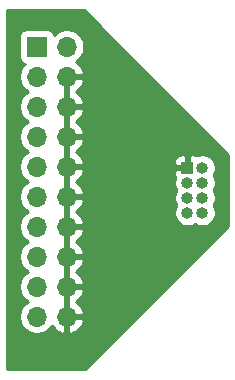
<source format=gbr>
%TF.GenerationSoftware,KiCad,Pcbnew,(5.1.6-0-10_14)*%
%TF.CreationDate,2022-05-20T12:20:58-05:00*%
%TF.ProjectId,programmer_adapter,70726f67-7261-46d6-9d65-725f61646170,rev?*%
%TF.SameCoordinates,Original*%
%TF.FileFunction,Copper,L3,Inr*%
%TF.FilePolarity,Positive*%
%FSLAX46Y46*%
G04 Gerber Fmt 4.6, Leading zero omitted, Abs format (unit mm)*
G04 Created by KiCad (PCBNEW (5.1.6-0-10_14)) date 2022-05-20 12:20:58*
%MOMM*%
%LPD*%
G01*
G04 APERTURE LIST*
%TA.AperFunction,ViaPad*%
%ADD10R,1.700000X1.700000*%
%TD*%
%TA.AperFunction,ViaPad*%
%ADD11O,1.700000X1.700000*%
%TD*%
%TA.AperFunction,ViaPad*%
%ADD12R,1.000000X1.000000*%
%TD*%
%TA.AperFunction,ViaPad*%
%ADD13O,1.000000X1.000000*%
%TD*%
%TA.AperFunction,Conductor*%
%ADD14C,0.254000*%
%TD*%
G04 APERTURE END LIST*
D10*
X69230000Y-54530000D03*
D11*
X71770000Y-54530000D03*
X69230000Y-57070000D03*
X71770000Y-57070000D03*
X69230000Y-59610000D03*
X71770000Y-59610000D03*
X69230000Y-62150000D03*
X71770000Y-62150000D03*
X69230000Y-64690000D03*
X71770000Y-64690000D03*
X69230000Y-67230000D03*
X71770000Y-67230000D03*
X69230000Y-69770000D03*
X71770000Y-69770000D03*
X69230000Y-72310000D03*
X71770000Y-72310000D03*
X69230000Y-74850000D03*
X71770000Y-74850000D03*
X69230000Y-77390000D03*
X71770000Y-77390000D03*
D12*
X81991200Y-64795400D03*
D13*
X83261200Y-64795400D03*
X81991200Y-66065400D03*
X83261200Y-66065400D03*
X81991200Y-67335400D03*
X83261200Y-67335400D03*
X81991200Y-68605400D03*
X83261200Y-68605400D03*
D14*
G36*
X85446401Y-63707538D02*
G01*
X85446400Y-69744063D01*
X73325464Y-81865000D01*
X66725000Y-81865000D01*
X66725000Y-53680000D01*
X67741928Y-53680000D01*
X67741928Y-55380000D01*
X67754188Y-55504482D01*
X67790498Y-55624180D01*
X67849463Y-55734494D01*
X67928815Y-55831185D01*
X68025506Y-55910537D01*
X68135820Y-55969502D01*
X68208380Y-55991513D01*
X68076525Y-56123368D01*
X67914010Y-56366589D01*
X67802068Y-56636842D01*
X67745000Y-56923740D01*
X67745000Y-57216260D01*
X67802068Y-57503158D01*
X67914010Y-57773411D01*
X68076525Y-58016632D01*
X68283368Y-58223475D01*
X68457760Y-58340000D01*
X68283368Y-58456525D01*
X68076525Y-58663368D01*
X67914010Y-58906589D01*
X67802068Y-59176842D01*
X67745000Y-59463740D01*
X67745000Y-59756260D01*
X67802068Y-60043158D01*
X67914010Y-60313411D01*
X68076525Y-60556632D01*
X68283368Y-60763475D01*
X68457760Y-60880000D01*
X68283368Y-60996525D01*
X68076525Y-61203368D01*
X67914010Y-61446589D01*
X67802068Y-61716842D01*
X67745000Y-62003740D01*
X67745000Y-62296260D01*
X67802068Y-62583158D01*
X67914010Y-62853411D01*
X68076525Y-63096632D01*
X68283368Y-63303475D01*
X68457760Y-63420000D01*
X68283368Y-63536525D01*
X68076525Y-63743368D01*
X67914010Y-63986589D01*
X67802068Y-64256842D01*
X67745000Y-64543740D01*
X67745000Y-64836260D01*
X67802068Y-65123158D01*
X67914010Y-65393411D01*
X68076525Y-65636632D01*
X68283368Y-65843475D01*
X68457760Y-65960000D01*
X68283368Y-66076525D01*
X68076525Y-66283368D01*
X67914010Y-66526589D01*
X67802068Y-66796842D01*
X67745000Y-67083740D01*
X67745000Y-67376260D01*
X67802068Y-67663158D01*
X67914010Y-67933411D01*
X68076525Y-68176632D01*
X68283368Y-68383475D01*
X68457760Y-68500000D01*
X68283368Y-68616525D01*
X68076525Y-68823368D01*
X67914010Y-69066589D01*
X67802068Y-69336842D01*
X67745000Y-69623740D01*
X67745000Y-69916260D01*
X67802068Y-70203158D01*
X67914010Y-70473411D01*
X68076525Y-70716632D01*
X68283368Y-70923475D01*
X68457760Y-71040000D01*
X68283368Y-71156525D01*
X68076525Y-71363368D01*
X67914010Y-71606589D01*
X67802068Y-71876842D01*
X67745000Y-72163740D01*
X67745000Y-72456260D01*
X67802068Y-72743158D01*
X67914010Y-73013411D01*
X68076525Y-73256632D01*
X68283368Y-73463475D01*
X68457760Y-73580000D01*
X68283368Y-73696525D01*
X68076525Y-73903368D01*
X67914010Y-74146589D01*
X67802068Y-74416842D01*
X67745000Y-74703740D01*
X67745000Y-74996260D01*
X67802068Y-75283158D01*
X67914010Y-75553411D01*
X68076525Y-75796632D01*
X68283368Y-76003475D01*
X68457760Y-76120000D01*
X68283368Y-76236525D01*
X68076525Y-76443368D01*
X67914010Y-76686589D01*
X67802068Y-76956842D01*
X67745000Y-77243740D01*
X67745000Y-77536260D01*
X67802068Y-77823158D01*
X67914010Y-78093411D01*
X68076525Y-78336632D01*
X68283368Y-78543475D01*
X68526589Y-78705990D01*
X68796842Y-78817932D01*
X69083740Y-78875000D01*
X69376260Y-78875000D01*
X69663158Y-78817932D01*
X69933411Y-78705990D01*
X70176632Y-78543475D01*
X70383475Y-78336632D01*
X70501100Y-78160594D01*
X70672412Y-78390269D01*
X70888645Y-78585178D01*
X71138748Y-78734157D01*
X71413109Y-78831481D01*
X71643000Y-78710814D01*
X71643000Y-77517000D01*
X71897000Y-77517000D01*
X71897000Y-78710814D01*
X72126891Y-78831481D01*
X72401252Y-78734157D01*
X72651355Y-78585178D01*
X72867588Y-78390269D01*
X73041641Y-78156920D01*
X73166825Y-77894099D01*
X73211476Y-77746890D01*
X73090155Y-77517000D01*
X71897000Y-77517000D01*
X71643000Y-77517000D01*
X71623000Y-77517000D01*
X71623000Y-77263000D01*
X71643000Y-77263000D01*
X71643000Y-74977000D01*
X71897000Y-74977000D01*
X71897000Y-77263000D01*
X73090155Y-77263000D01*
X73211476Y-77033110D01*
X73166825Y-76885901D01*
X73041641Y-76623080D01*
X72867588Y-76389731D01*
X72651355Y-76194822D01*
X72525745Y-76120000D01*
X72651355Y-76045178D01*
X72867588Y-75850269D01*
X73041641Y-75616920D01*
X73166825Y-75354099D01*
X73211476Y-75206890D01*
X73090155Y-74977000D01*
X71897000Y-74977000D01*
X71643000Y-74977000D01*
X71623000Y-74977000D01*
X71623000Y-74723000D01*
X71643000Y-74723000D01*
X71643000Y-72437000D01*
X71897000Y-72437000D01*
X71897000Y-74723000D01*
X73090155Y-74723000D01*
X73211476Y-74493110D01*
X73166825Y-74345901D01*
X73041641Y-74083080D01*
X72867588Y-73849731D01*
X72651355Y-73654822D01*
X72525745Y-73580000D01*
X72651355Y-73505178D01*
X72867588Y-73310269D01*
X73041641Y-73076920D01*
X73166825Y-72814099D01*
X73211476Y-72666890D01*
X73090155Y-72437000D01*
X71897000Y-72437000D01*
X71643000Y-72437000D01*
X71623000Y-72437000D01*
X71623000Y-72183000D01*
X71643000Y-72183000D01*
X71643000Y-69897000D01*
X71897000Y-69897000D01*
X71897000Y-72183000D01*
X73090155Y-72183000D01*
X73211476Y-71953110D01*
X73166825Y-71805901D01*
X73041641Y-71543080D01*
X72867588Y-71309731D01*
X72651355Y-71114822D01*
X72525745Y-71040000D01*
X72651355Y-70965178D01*
X72867588Y-70770269D01*
X73041641Y-70536920D01*
X73166825Y-70274099D01*
X73211476Y-70126890D01*
X73090155Y-69897000D01*
X71897000Y-69897000D01*
X71643000Y-69897000D01*
X71623000Y-69897000D01*
X71623000Y-69643000D01*
X71643000Y-69643000D01*
X71643000Y-67357000D01*
X71897000Y-67357000D01*
X71897000Y-69643000D01*
X73090155Y-69643000D01*
X73211476Y-69413110D01*
X73166825Y-69265901D01*
X73041641Y-69003080D01*
X72867588Y-68769731D01*
X72651355Y-68574822D01*
X72525745Y-68500000D01*
X72651355Y-68425178D01*
X72867588Y-68230269D01*
X73041641Y-67996920D01*
X73166825Y-67734099D01*
X73211476Y-67586890D01*
X73090155Y-67357000D01*
X71897000Y-67357000D01*
X71643000Y-67357000D01*
X71623000Y-67357000D01*
X71623000Y-67103000D01*
X71643000Y-67103000D01*
X71643000Y-64817000D01*
X71897000Y-64817000D01*
X71897000Y-67103000D01*
X73090155Y-67103000D01*
X73211476Y-66873110D01*
X73166825Y-66725901D01*
X73041641Y-66463080D01*
X72867588Y-66229731D01*
X72651355Y-66034822D01*
X72525745Y-65960000D01*
X72651355Y-65885178D01*
X72867588Y-65690269D01*
X73041641Y-65456920D01*
X73118574Y-65295400D01*
X80853128Y-65295400D01*
X80865388Y-65419882D01*
X80901698Y-65539580D01*
X80946088Y-65622626D01*
X80899817Y-65734333D01*
X80856200Y-65953612D01*
X80856200Y-66177188D01*
X80899817Y-66396467D01*
X80985376Y-66603024D01*
X81050441Y-66700400D01*
X80985376Y-66797776D01*
X80899817Y-67004333D01*
X80856200Y-67223612D01*
X80856200Y-67447188D01*
X80899817Y-67666467D01*
X80985376Y-67873024D01*
X81050441Y-67970400D01*
X80985376Y-68067776D01*
X80899817Y-68274333D01*
X80856200Y-68493612D01*
X80856200Y-68717188D01*
X80899817Y-68936467D01*
X80985376Y-69143024D01*
X81109588Y-69328920D01*
X81267680Y-69487012D01*
X81453576Y-69611224D01*
X81660133Y-69696783D01*
X81879412Y-69740400D01*
X82102988Y-69740400D01*
X82322267Y-69696783D01*
X82528824Y-69611224D01*
X82626200Y-69546159D01*
X82723576Y-69611224D01*
X82930133Y-69696783D01*
X83149412Y-69740400D01*
X83372988Y-69740400D01*
X83592267Y-69696783D01*
X83798824Y-69611224D01*
X83984720Y-69487012D01*
X84142812Y-69328920D01*
X84267024Y-69143024D01*
X84352583Y-68936467D01*
X84396200Y-68717188D01*
X84396200Y-68493612D01*
X84352583Y-68274333D01*
X84267024Y-68067776D01*
X84201959Y-67970400D01*
X84267024Y-67873024D01*
X84352583Y-67666467D01*
X84396200Y-67447188D01*
X84396200Y-67223612D01*
X84352583Y-67004333D01*
X84267024Y-66797776D01*
X84201959Y-66700400D01*
X84267024Y-66603024D01*
X84352583Y-66396467D01*
X84396200Y-66177188D01*
X84396200Y-65953612D01*
X84352583Y-65734333D01*
X84267024Y-65527776D01*
X84201959Y-65430400D01*
X84267024Y-65333024D01*
X84352583Y-65126467D01*
X84396200Y-64907188D01*
X84396200Y-64683612D01*
X84352583Y-64464333D01*
X84267024Y-64257776D01*
X84142812Y-64071880D01*
X83984720Y-63913788D01*
X83798824Y-63789576D01*
X83592267Y-63704017D01*
X83372988Y-63660400D01*
X83149412Y-63660400D01*
X82930133Y-63704017D01*
X82818426Y-63750288D01*
X82735380Y-63705898D01*
X82615682Y-63669588D01*
X82491200Y-63657328D01*
X82276950Y-63660400D01*
X82118200Y-63819150D01*
X82118200Y-64668400D01*
X82129226Y-64668400D01*
X82126200Y-64683612D01*
X82126200Y-64907188D01*
X82129226Y-64922400D01*
X82118200Y-64922400D01*
X82118200Y-64933426D01*
X82102988Y-64930400D01*
X81879412Y-64930400D01*
X81864200Y-64933426D01*
X81864200Y-64922400D01*
X81014950Y-64922400D01*
X80856200Y-65081150D01*
X80853128Y-65295400D01*
X73118574Y-65295400D01*
X73166825Y-65194099D01*
X73211476Y-65046890D01*
X73090155Y-64817000D01*
X71897000Y-64817000D01*
X71643000Y-64817000D01*
X71623000Y-64817000D01*
X71623000Y-64563000D01*
X71643000Y-64563000D01*
X71643000Y-62277000D01*
X71897000Y-62277000D01*
X71897000Y-64563000D01*
X73090155Y-64563000D01*
X73211476Y-64333110D01*
X73200038Y-64295400D01*
X80853128Y-64295400D01*
X80856200Y-64509650D01*
X81014950Y-64668400D01*
X81864200Y-64668400D01*
X81864200Y-63819150D01*
X81705450Y-63660400D01*
X81491200Y-63657328D01*
X81366718Y-63669588D01*
X81247020Y-63705898D01*
X81136706Y-63764863D01*
X81040015Y-63844215D01*
X80960663Y-63940906D01*
X80901698Y-64051220D01*
X80865388Y-64170918D01*
X80853128Y-64295400D01*
X73200038Y-64295400D01*
X73166825Y-64185901D01*
X73041641Y-63923080D01*
X72867588Y-63689731D01*
X72651355Y-63494822D01*
X72525745Y-63420000D01*
X72651355Y-63345178D01*
X72867588Y-63150269D01*
X73041641Y-62916920D01*
X73166825Y-62654099D01*
X73211476Y-62506890D01*
X73090155Y-62277000D01*
X71897000Y-62277000D01*
X71643000Y-62277000D01*
X71623000Y-62277000D01*
X71623000Y-62023000D01*
X71643000Y-62023000D01*
X71643000Y-59737000D01*
X71897000Y-59737000D01*
X71897000Y-62023000D01*
X73090155Y-62023000D01*
X73211476Y-61793110D01*
X73166825Y-61645901D01*
X73041641Y-61383080D01*
X72867588Y-61149731D01*
X72651355Y-60954822D01*
X72525745Y-60880000D01*
X72651355Y-60805178D01*
X72867588Y-60610269D01*
X73041641Y-60376920D01*
X73166825Y-60114099D01*
X73211476Y-59966890D01*
X73090155Y-59737000D01*
X71897000Y-59737000D01*
X71643000Y-59737000D01*
X71623000Y-59737000D01*
X71623000Y-59483000D01*
X71643000Y-59483000D01*
X71643000Y-57197000D01*
X71897000Y-57197000D01*
X71897000Y-59483000D01*
X73090155Y-59483000D01*
X73211476Y-59253110D01*
X73166825Y-59105901D01*
X73041641Y-58843080D01*
X72867588Y-58609731D01*
X72651355Y-58414822D01*
X72525745Y-58340000D01*
X72651355Y-58265178D01*
X72867588Y-58070269D01*
X73041641Y-57836920D01*
X73166825Y-57574099D01*
X73211476Y-57426890D01*
X73090155Y-57197000D01*
X71897000Y-57197000D01*
X71643000Y-57197000D01*
X71623000Y-57197000D01*
X71623000Y-56943000D01*
X71643000Y-56943000D01*
X71643000Y-56923000D01*
X71897000Y-56923000D01*
X71897000Y-56943000D01*
X73090155Y-56943000D01*
X73211476Y-56713110D01*
X73166825Y-56565901D01*
X73041641Y-56303080D01*
X72867588Y-56069731D01*
X72651355Y-55874822D01*
X72534466Y-55805195D01*
X72716632Y-55683475D01*
X72923475Y-55476632D01*
X73085990Y-55233411D01*
X73197932Y-54963158D01*
X73255000Y-54676260D01*
X73255000Y-54383740D01*
X73197932Y-54096842D01*
X73085990Y-53826589D01*
X72923475Y-53583368D01*
X72716632Y-53376525D01*
X72473411Y-53214010D01*
X72203158Y-53102068D01*
X71916260Y-53045000D01*
X71623740Y-53045000D01*
X71336842Y-53102068D01*
X71066589Y-53214010D01*
X70823368Y-53376525D01*
X70691513Y-53508380D01*
X70669502Y-53435820D01*
X70610537Y-53325506D01*
X70531185Y-53228815D01*
X70434494Y-53149463D01*
X70324180Y-53090498D01*
X70204482Y-53054188D01*
X70080000Y-53041928D01*
X68380000Y-53041928D01*
X68255518Y-53054188D01*
X68135820Y-53090498D01*
X68025506Y-53149463D01*
X67928815Y-53228815D01*
X67849463Y-53325506D01*
X67790498Y-53435820D01*
X67754188Y-53555518D01*
X67741928Y-53680000D01*
X66725000Y-53680000D01*
X66725000Y-51459600D01*
X73198464Y-51459600D01*
X85446401Y-63707538D01*
G37*
X85446401Y-63707538D02*
X85446400Y-69744063D01*
X73325464Y-81865000D01*
X66725000Y-81865000D01*
X66725000Y-53680000D01*
X67741928Y-53680000D01*
X67741928Y-55380000D01*
X67754188Y-55504482D01*
X67790498Y-55624180D01*
X67849463Y-55734494D01*
X67928815Y-55831185D01*
X68025506Y-55910537D01*
X68135820Y-55969502D01*
X68208380Y-55991513D01*
X68076525Y-56123368D01*
X67914010Y-56366589D01*
X67802068Y-56636842D01*
X67745000Y-56923740D01*
X67745000Y-57216260D01*
X67802068Y-57503158D01*
X67914010Y-57773411D01*
X68076525Y-58016632D01*
X68283368Y-58223475D01*
X68457760Y-58340000D01*
X68283368Y-58456525D01*
X68076525Y-58663368D01*
X67914010Y-58906589D01*
X67802068Y-59176842D01*
X67745000Y-59463740D01*
X67745000Y-59756260D01*
X67802068Y-60043158D01*
X67914010Y-60313411D01*
X68076525Y-60556632D01*
X68283368Y-60763475D01*
X68457760Y-60880000D01*
X68283368Y-60996525D01*
X68076525Y-61203368D01*
X67914010Y-61446589D01*
X67802068Y-61716842D01*
X67745000Y-62003740D01*
X67745000Y-62296260D01*
X67802068Y-62583158D01*
X67914010Y-62853411D01*
X68076525Y-63096632D01*
X68283368Y-63303475D01*
X68457760Y-63420000D01*
X68283368Y-63536525D01*
X68076525Y-63743368D01*
X67914010Y-63986589D01*
X67802068Y-64256842D01*
X67745000Y-64543740D01*
X67745000Y-64836260D01*
X67802068Y-65123158D01*
X67914010Y-65393411D01*
X68076525Y-65636632D01*
X68283368Y-65843475D01*
X68457760Y-65960000D01*
X68283368Y-66076525D01*
X68076525Y-66283368D01*
X67914010Y-66526589D01*
X67802068Y-66796842D01*
X67745000Y-67083740D01*
X67745000Y-67376260D01*
X67802068Y-67663158D01*
X67914010Y-67933411D01*
X68076525Y-68176632D01*
X68283368Y-68383475D01*
X68457760Y-68500000D01*
X68283368Y-68616525D01*
X68076525Y-68823368D01*
X67914010Y-69066589D01*
X67802068Y-69336842D01*
X67745000Y-69623740D01*
X67745000Y-69916260D01*
X67802068Y-70203158D01*
X67914010Y-70473411D01*
X68076525Y-70716632D01*
X68283368Y-70923475D01*
X68457760Y-71040000D01*
X68283368Y-71156525D01*
X68076525Y-71363368D01*
X67914010Y-71606589D01*
X67802068Y-71876842D01*
X67745000Y-72163740D01*
X67745000Y-72456260D01*
X67802068Y-72743158D01*
X67914010Y-73013411D01*
X68076525Y-73256632D01*
X68283368Y-73463475D01*
X68457760Y-73580000D01*
X68283368Y-73696525D01*
X68076525Y-73903368D01*
X67914010Y-74146589D01*
X67802068Y-74416842D01*
X67745000Y-74703740D01*
X67745000Y-74996260D01*
X67802068Y-75283158D01*
X67914010Y-75553411D01*
X68076525Y-75796632D01*
X68283368Y-76003475D01*
X68457760Y-76120000D01*
X68283368Y-76236525D01*
X68076525Y-76443368D01*
X67914010Y-76686589D01*
X67802068Y-76956842D01*
X67745000Y-77243740D01*
X67745000Y-77536260D01*
X67802068Y-77823158D01*
X67914010Y-78093411D01*
X68076525Y-78336632D01*
X68283368Y-78543475D01*
X68526589Y-78705990D01*
X68796842Y-78817932D01*
X69083740Y-78875000D01*
X69376260Y-78875000D01*
X69663158Y-78817932D01*
X69933411Y-78705990D01*
X70176632Y-78543475D01*
X70383475Y-78336632D01*
X70501100Y-78160594D01*
X70672412Y-78390269D01*
X70888645Y-78585178D01*
X71138748Y-78734157D01*
X71413109Y-78831481D01*
X71643000Y-78710814D01*
X71643000Y-77517000D01*
X71897000Y-77517000D01*
X71897000Y-78710814D01*
X72126891Y-78831481D01*
X72401252Y-78734157D01*
X72651355Y-78585178D01*
X72867588Y-78390269D01*
X73041641Y-78156920D01*
X73166825Y-77894099D01*
X73211476Y-77746890D01*
X73090155Y-77517000D01*
X71897000Y-77517000D01*
X71643000Y-77517000D01*
X71623000Y-77517000D01*
X71623000Y-77263000D01*
X71643000Y-77263000D01*
X71643000Y-74977000D01*
X71897000Y-74977000D01*
X71897000Y-77263000D01*
X73090155Y-77263000D01*
X73211476Y-77033110D01*
X73166825Y-76885901D01*
X73041641Y-76623080D01*
X72867588Y-76389731D01*
X72651355Y-76194822D01*
X72525745Y-76120000D01*
X72651355Y-76045178D01*
X72867588Y-75850269D01*
X73041641Y-75616920D01*
X73166825Y-75354099D01*
X73211476Y-75206890D01*
X73090155Y-74977000D01*
X71897000Y-74977000D01*
X71643000Y-74977000D01*
X71623000Y-74977000D01*
X71623000Y-74723000D01*
X71643000Y-74723000D01*
X71643000Y-72437000D01*
X71897000Y-72437000D01*
X71897000Y-74723000D01*
X73090155Y-74723000D01*
X73211476Y-74493110D01*
X73166825Y-74345901D01*
X73041641Y-74083080D01*
X72867588Y-73849731D01*
X72651355Y-73654822D01*
X72525745Y-73580000D01*
X72651355Y-73505178D01*
X72867588Y-73310269D01*
X73041641Y-73076920D01*
X73166825Y-72814099D01*
X73211476Y-72666890D01*
X73090155Y-72437000D01*
X71897000Y-72437000D01*
X71643000Y-72437000D01*
X71623000Y-72437000D01*
X71623000Y-72183000D01*
X71643000Y-72183000D01*
X71643000Y-69897000D01*
X71897000Y-69897000D01*
X71897000Y-72183000D01*
X73090155Y-72183000D01*
X73211476Y-71953110D01*
X73166825Y-71805901D01*
X73041641Y-71543080D01*
X72867588Y-71309731D01*
X72651355Y-71114822D01*
X72525745Y-71040000D01*
X72651355Y-70965178D01*
X72867588Y-70770269D01*
X73041641Y-70536920D01*
X73166825Y-70274099D01*
X73211476Y-70126890D01*
X73090155Y-69897000D01*
X71897000Y-69897000D01*
X71643000Y-69897000D01*
X71623000Y-69897000D01*
X71623000Y-69643000D01*
X71643000Y-69643000D01*
X71643000Y-67357000D01*
X71897000Y-67357000D01*
X71897000Y-69643000D01*
X73090155Y-69643000D01*
X73211476Y-69413110D01*
X73166825Y-69265901D01*
X73041641Y-69003080D01*
X72867588Y-68769731D01*
X72651355Y-68574822D01*
X72525745Y-68500000D01*
X72651355Y-68425178D01*
X72867588Y-68230269D01*
X73041641Y-67996920D01*
X73166825Y-67734099D01*
X73211476Y-67586890D01*
X73090155Y-67357000D01*
X71897000Y-67357000D01*
X71643000Y-67357000D01*
X71623000Y-67357000D01*
X71623000Y-67103000D01*
X71643000Y-67103000D01*
X71643000Y-64817000D01*
X71897000Y-64817000D01*
X71897000Y-67103000D01*
X73090155Y-67103000D01*
X73211476Y-66873110D01*
X73166825Y-66725901D01*
X73041641Y-66463080D01*
X72867588Y-66229731D01*
X72651355Y-66034822D01*
X72525745Y-65960000D01*
X72651355Y-65885178D01*
X72867588Y-65690269D01*
X73041641Y-65456920D01*
X73118574Y-65295400D01*
X80853128Y-65295400D01*
X80865388Y-65419882D01*
X80901698Y-65539580D01*
X80946088Y-65622626D01*
X80899817Y-65734333D01*
X80856200Y-65953612D01*
X80856200Y-66177188D01*
X80899817Y-66396467D01*
X80985376Y-66603024D01*
X81050441Y-66700400D01*
X80985376Y-66797776D01*
X80899817Y-67004333D01*
X80856200Y-67223612D01*
X80856200Y-67447188D01*
X80899817Y-67666467D01*
X80985376Y-67873024D01*
X81050441Y-67970400D01*
X80985376Y-68067776D01*
X80899817Y-68274333D01*
X80856200Y-68493612D01*
X80856200Y-68717188D01*
X80899817Y-68936467D01*
X80985376Y-69143024D01*
X81109588Y-69328920D01*
X81267680Y-69487012D01*
X81453576Y-69611224D01*
X81660133Y-69696783D01*
X81879412Y-69740400D01*
X82102988Y-69740400D01*
X82322267Y-69696783D01*
X82528824Y-69611224D01*
X82626200Y-69546159D01*
X82723576Y-69611224D01*
X82930133Y-69696783D01*
X83149412Y-69740400D01*
X83372988Y-69740400D01*
X83592267Y-69696783D01*
X83798824Y-69611224D01*
X83984720Y-69487012D01*
X84142812Y-69328920D01*
X84267024Y-69143024D01*
X84352583Y-68936467D01*
X84396200Y-68717188D01*
X84396200Y-68493612D01*
X84352583Y-68274333D01*
X84267024Y-68067776D01*
X84201959Y-67970400D01*
X84267024Y-67873024D01*
X84352583Y-67666467D01*
X84396200Y-67447188D01*
X84396200Y-67223612D01*
X84352583Y-67004333D01*
X84267024Y-66797776D01*
X84201959Y-66700400D01*
X84267024Y-66603024D01*
X84352583Y-66396467D01*
X84396200Y-66177188D01*
X84396200Y-65953612D01*
X84352583Y-65734333D01*
X84267024Y-65527776D01*
X84201959Y-65430400D01*
X84267024Y-65333024D01*
X84352583Y-65126467D01*
X84396200Y-64907188D01*
X84396200Y-64683612D01*
X84352583Y-64464333D01*
X84267024Y-64257776D01*
X84142812Y-64071880D01*
X83984720Y-63913788D01*
X83798824Y-63789576D01*
X83592267Y-63704017D01*
X83372988Y-63660400D01*
X83149412Y-63660400D01*
X82930133Y-63704017D01*
X82818426Y-63750288D01*
X82735380Y-63705898D01*
X82615682Y-63669588D01*
X82491200Y-63657328D01*
X82276950Y-63660400D01*
X82118200Y-63819150D01*
X82118200Y-64668400D01*
X82129226Y-64668400D01*
X82126200Y-64683612D01*
X82126200Y-64907188D01*
X82129226Y-64922400D01*
X82118200Y-64922400D01*
X82118200Y-64933426D01*
X82102988Y-64930400D01*
X81879412Y-64930400D01*
X81864200Y-64933426D01*
X81864200Y-64922400D01*
X81014950Y-64922400D01*
X80856200Y-65081150D01*
X80853128Y-65295400D01*
X73118574Y-65295400D01*
X73166825Y-65194099D01*
X73211476Y-65046890D01*
X73090155Y-64817000D01*
X71897000Y-64817000D01*
X71643000Y-64817000D01*
X71623000Y-64817000D01*
X71623000Y-64563000D01*
X71643000Y-64563000D01*
X71643000Y-62277000D01*
X71897000Y-62277000D01*
X71897000Y-64563000D01*
X73090155Y-64563000D01*
X73211476Y-64333110D01*
X73200038Y-64295400D01*
X80853128Y-64295400D01*
X80856200Y-64509650D01*
X81014950Y-64668400D01*
X81864200Y-64668400D01*
X81864200Y-63819150D01*
X81705450Y-63660400D01*
X81491200Y-63657328D01*
X81366718Y-63669588D01*
X81247020Y-63705898D01*
X81136706Y-63764863D01*
X81040015Y-63844215D01*
X80960663Y-63940906D01*
X80901698Y-64051220D01*
X80865388Y-64170918D01*
X80853128Y-64295400D01*
X73200038Y-64295400D01*
X73166825Y-64185901D01*
X73041641Y-63923080D01*
X72867588Y-63689731D01*
X72651355Y-63494822D01*
X72525745Y-63420000D01*
X72651355Y-63345178D01*
X72867588Y-63150269D01*
X73041641Y-62916920D01*
X73166825Y-62654099D01*
X73211476Y-62506890D01*
X73090155Y-62277000D01*
X71897000Y-62277000D01*
X71643000Y-62277000D01*
X71623000Y-62277000D01*
X71623000Y-62023000D01*
X71643000Y-62023000D01*
X71643000Y-59737000D01*
X71897000Y-59737000D01*
X71897000Y-62023000D01*
X73090155Y-62023000D01*
X73211476Y-61793110D01*
X73166825Y-61645901D01*
X73041641Y-61383080D01*
X72867588Y-61149731D01*
X72651355Y-60954822D01*
X72525745Y-60880000D01*
X72651355Y-60805178D01*
X72867588Y-60610269D01*
X73041641Y-60376920D01*
X73166825Y-60114099D01*
X73211476Y-59966890D01*
X73090155Y-59737000D01*
X71897000Y-59737000D01*
X71643000Y-59737000D01*
X71623000Y-59737000D01*
X71623000Y-59483000D01*
X71643000Y-59483000D01*
X71643000Y-57197000D01*
X71897000Y-57197000D01*
X71897000Y-59483000D01*
X73090155Y-59483000D01*
X73211476Y-59253110D01*
X73166825Y-59105901D01*
X73041641Y-58843080D01*
X72867588Y-58609731D01*
X72651355Y-58414822D01*
X72525745Y-58340000D01*
X72651355Y-58265178D01*
X72867588Y-58070269D01*
X73041641Y-57836920D01*
X73166825Y-57574099D01*
X73211476Y-57426890D01*
X73090155Y-57197000D01*
X71897000Y-57197000D01*
X71643000Y-57197000D01*
X71623000Y-57197000D01*
X71623000Y-56943000D01*
X71643000Y-56943000D01*
X71643000Y-56923000D01*
X71897000Y-56923000D01*
X71897000Y-56943000D01*
X73090155Y-56943000D01*
X73211476Y-56713110D01*
X73166825Y-56565901D01*
X73041641Y-56303080D01*
X72867588Y-56069731D01*
X72651355Y-55874822D01*
X72534466Y-55805195D01*
X72716632Y-55683475D01*
X72923475Y-55476632D01*
X73085990Y-55233411D01*
X73197932Y-54963158D01*
X73255000Y-54676260D01*
X73255000Y-54383740D01*
X73197932Y-54096842D01*
X73085990Y-53826589D01*
X72923475Y-53583368D01*
X72716632Y-53376525D01*
X72473411Y-53214010D01*
X72203158Y-53102068D01*
X71916260Y-53045000D01*
X71623740Y-53045000D01*
X71336842Y-53102068D01*
X71066589Y-53214010D01*
X70823368Y-53376525D01*
X70691513Y-53508380D01*
X70669502Y-53435820D01*
X70610537Y-53325506D01*
X70531185Y-53228815D01*
X70434494Y-53149463D01*
X70324180Y-53090498D01*
X70204482Y-53054188D01*
X70080000Y-53041928D01*
X68380000Y-53041928D01*
X68255518Y-53054188D01*
X68135820Y-53090498D01*
X68025506Y-53149463D01*
X67928815Y-53228815D01*
X67849463Y-53325506D01*
X67790498Y-53435820D01*
X67754188Y-53555518D01*
X67741928Y-53680000D01*
X66725000Y-53680000D01*
X66725000Y-51459600D01*
X73198464Y-51459600D01*
X85446401Y-63707538D01*
M02*

</source>
